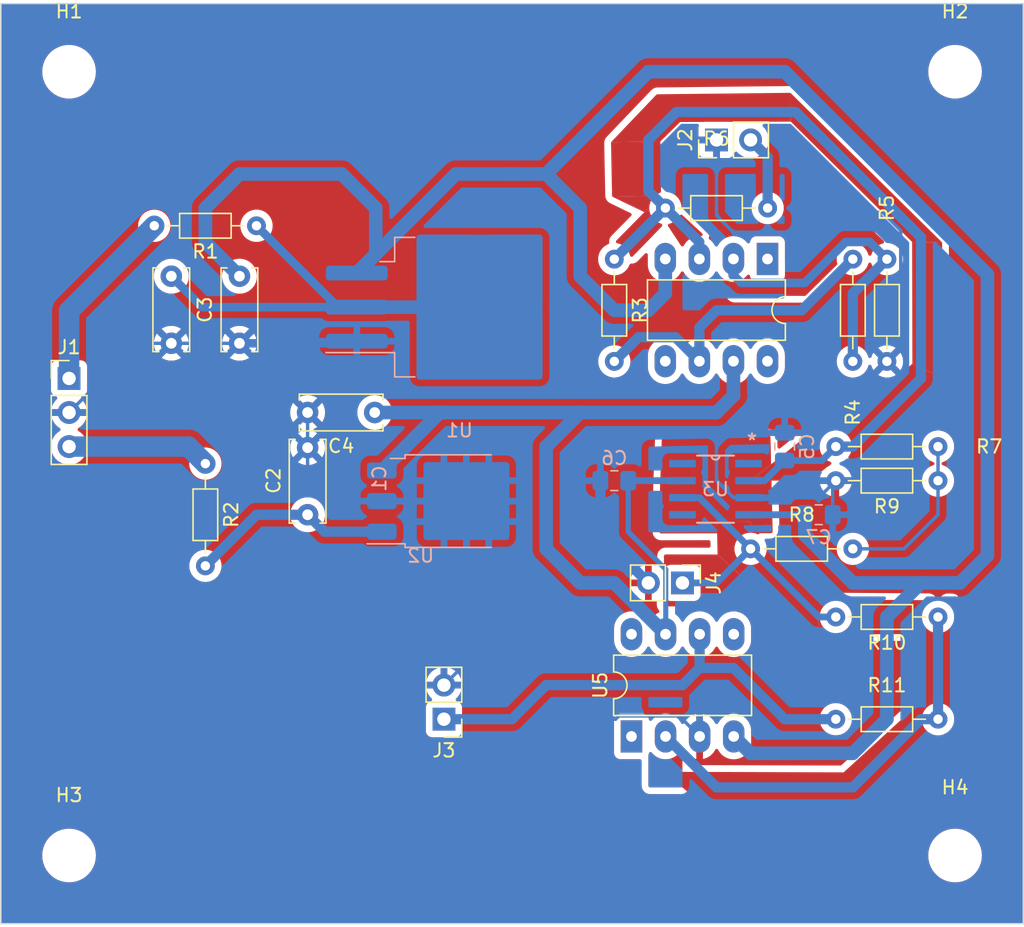
<source format=kicad_pcb>
(kicad_pcb (version 20221018) (generator pcbnew)
  (layers (0 "F.Cu" signal) (31 "B.Cu" signal) (34 "B.Paste" user) (35 "F.Paste" user) (36 "B.SilkS" user "B.Silkscreen") (37 "F.SilkS" user "F.Silkscreen") (38 "B.Mask" user) (39 "F.Mask" user) (44 "Edge.Cuts" user))
  (net 0 "")
  (net 1 "Net-(U1-VI)")
  (net 2 "Net-(J1-Pin_1)")
  (net 3 "Net-(J1-Pin_3)")
  (net 4 "Net-(U2-IN)")
  (net 5 "load")
  (net 6 "Net-(R3-Pad2)")
  (net 7 "Earth")
  (net 8 "Net-(J2-Pin_2)")
  (net 9 "-12V")
  (net 10 "+12V")
  (net 14 "Net-(R7-Pad1)")
  (net 15 "Net-(J3-Pin_1)")
  (net 16 "Net-(U4--)")
  (net 17 "Net-(U5--)")
  (net 24 "Net-(J4-Pin_1)")
  (footprint "Package_DIP:DIP-8_W7.62mm_LongPads" (layer "F.Cu") (at 161.28 72.375 -90)
    (fp_text reference "U4" hide)
    (fp_text value "TL081" hide)
    (fp_line (start 1.56 -1.33) (end 1.56 8.95) (stroke (width 0.12)) (layer "F.SilkS"))
    (fp_line (start 1.56 8.95) (end 6.06 8.95) (stroke (width 0.12)) (layer "F.SilkS"))
    (fp_line (start 2.81 -1.33) (end 1.56 -1.33) (stroke (width 0.12)) (layer "F.SilkS"))
    (fp_line (start 6.06 -1.33) (end 4.81 -1.33) (stroke (width 0.12)) (layer "F.SilkS"))
    (fp_line (start 6.06 8.95) (end 6.06 -1.33) (stroke (width 0.12)) (layer "F.SilkS"))
    (fp_arc (start 4.81 -1.33) (mid 3.81 -0.33) (end 2.81 -1.33) (stroke (width 0.12)) (layer "F.SilkS"))
    (pad "1" thru_hole rect (at 0 0 270) (size 2.4 1.6) (drill 0.8) (layers "*.Cu" "*.Mask"))
    (pad "2" thru_hole oval (at 0 2.54 270) (size 2.4 1.6) (drill 0.8) (layers "*.Cu" "*.Mask") (net 16 "Net-(U4--)"))
    (pad "3" thru_hole oval (at 0 5.08 270) (size 2.4 1.6) (drill 0.8) (layers "*.Cu" "*.Mask") (net 5 "load"))
    (pad "4" thru_hole oval (at 0 7.62 270) (size 2.4 1.6) (drill 0.8) (layers "*.Cu" "*.Mask") (net 9 "-12V"))
    (pad "5" thru_hole oval (at 7.62 7.62 270) (size 2.4 1.6) (drill 0.8) (layers "*.Cu" "*.Mask"))
    (pad "6" thru_hole oval (at 7.62 5.08 270) (size 2.4 1.6) (drill 0.8) (layers "*.Cu" "*.Mask") (net 6 "Net-(R3-Pad2)"))
    (pad "7" thru_hole oval (at 7.62 2.54 270) (size 2.4 1.6) (drill 0.8) (layers "*.Cu" "*.Mask") (net 10 "+12V"))
    (pad "8" thru_hole oval (at 7.62 0 270) (size 2.4 1.6) (drill 0.8) (layers "*.Cu" "*.Mask"))
  )
  (footprint "Capacitor_THT:C_Disc_D6.0mm_W2.5mm_P5.00mm" (layer "F.Cu") (at 116.84 73.66 -90)
    (fp_text reference "C3" (at 2.5 -2.5 90) (layer "F.SilkS"))
    (fp_text value "330n")
    (fp_line (start -0.62 -1.37) (end -0.62 -0.925) (stroke (width 0.12)) (layer "F.SilkS"))
    (fp_line (start -0.62 -1.37) (end 5.62 -1.37) (stroke (width 0.12)) (layer "F.SilkS"))
    (fp_line (start -0.62 0.925) (end -0.62 1.37) (stroke (width 0.12)) (layer "F.SilkS"))
    (fp_line (start -0.62 1.37) (end 5.62 1.37) (stroke (width 0.12)) (layer "F.SilkS"))
    (fp_line (start 5.62 -1.37) (end 5.62 -0.925) (stroke (width 0.12)) (layer "F.SilkS"))
    (fp_line (start 5.62 0.925) (end 5.62 1.37) (stroke (width 0.12)) (layer "F.SilkS"))
    (pad "1" thru_hole circle (at 0 0 270) (size 1.6 1.6) (drill 0.8) (layers "*.Cu" "*.Mask") (net 1 "Net-(U1-VI)"))
    (pad "2" thru_hole circle (at 5 0 270) (size 1.6 1.6) (drill 0.8) (layers "*.Cu" "*.Mask") (net 7 "Earth"))
  )
  (footprint "Resistor_THT:R_Axial_DIN0204_L3.6mm_D1.6mm_P7.62mm_Horizontal" (layer "F.Cu") (at 160.02 93.98)
    (fp_text reference "R8" (at 3.81 -2.54) (layer "F.SilkS"))
    (fp_text value "12k" hide)
    (fp_line (start 0.94 0) (end 1.89 0) (stroke (width 0.12)) (layer "F.SilkS"))
    (fp_line (start 1.89 -0.92) (end 1.89 0.92) (stroke (width 0.12)) (layer "F.SilkS"))
    (fp_line (start 1.89 0.92) (end 5.73 0.92) (stroke (width 0.12)) (layer "F.SilkS"))
    (fp_line (start 5.73 -0.92) (end 1.89 -0.92) (stroke (width 0.12)) (layer "F.SilkS"))
    (fp_line (start 5.73 0.92) (end 5.73 -0.92) (stroke (width 0.12)) (layer "F.SilkS"))
    (fp_line (start 6.68 0) (end 5.73 0) (stroke (width 0.12)) (layer "F.SilkS"))
    (pad "1" thru_hole circle (at 0 0) (size 1.4 1.4) (drill 0.7) (layers "*.Cu" "*.Mask") (net 24 "Net-(J4-Pin_1)"))
    (pad "2" thru_hole oval (at 7.62 0) (size 1.4 1.4) (drill 0.7) (layers "*.Cu" "*.Mask") (net 14 "Net-(R7-Pad1)"))
  )
  (footprint "Capacitor_THT:C_Disc_D6.0mm_W2.5mm_P5.00mm" (layer "F.Cu") (at 132 83.82 180)
    (fp_text reference "C4" (at 2.5 -2.5) (layer "F.SilkS"))
    (fp_text value "220n" hide)
    (fp_line (start -0.62 -1.37) (end -0.62 -0.925) (stroke (width 0.12)) (layer "F.SilkS"))
    (fp_line (start -0.62 -1.37) (end 5.62 -1.37) (stroke (width 0.12)) (layer "F.SilkS"))
    (fp_line (start -0.62 0.925) (end -0.62 1.37) (stroke (width 0.12)) (layer "F.SilkS"))
    (fp_line (start -0.62 1.37) (end 5.62 1.37) (stroke (width 0.12)) (layer "F.SilkS"))
    (fp_line (start 5.62 -1.37) (end 5.62 -0.925) (stroke (width 0.12)) (layer "F.SilkS"))
    (fp_line (start 5.62 0.925) (end 5.62 1.37) (stroke (width 0.12)) (layer "F.SilkS"))
    (pad "1" thru_hole circle (at 0 0 180) (size 1.6 1.6) (drill 0.8) (layers "*.Cu" "*.Mask") (net 10 "+12V"))
    (pad "2" thru_hole circle (at 5 0 180) (size 1.6 1.6) (drill 0.8) (layers "*.Cu" "*.Mask") (net 7 "Earth"))
  )
  (footprint "Resistor_THT:R_Axial_DIN0204_L3.6mm_D1.6mm_P7.62mm_Horizontal" (layer "F.Cu") (at 166.37 106.68)
    (fp_text reference "R11" (at 3.81 -2.53) (layer "F.SilkS"))
    (fp_text value "10k" hide)
    (fp_line (start 0.94 0) (end 1.89 0) (stroke (width 0.12)) (layer "F.SilkS"))
    (fp_line (start 1.89 -0.92) (end 1.89 0.92) (stroke (width 0.12)) (layer "F.SilkS"))
    (fp_line (start 1.89 0.92) (end 5.73 0.92) (stroke (width 0.12)) (layer "F.SilkS"))
    (fp_line (start 5.73 -0.92) (end 1.89 -0.92) (stroke (width 0.12)) (layer "F.SilkS"))
    (fp_line (start 5.73 0.92) (end 5.73 -0.92) (stroke (width 0.12)) (layer "F.SilkS"))
    (fp_line (start 6.68 0) (end 5.73 0) (stroke (width 0.12)) (layer "F.SilkS"))
    (pad "1" thru_hole circle (at 0 0) (size 1.4 1.4) (drill 0.7) (layers "*.Cu" "*.Mask") (net 15 "Net-(J3-Pin_1)"))
    (pad "2" thru_hole oval (at 7.62 0) (size 1.4 1.4) (drill 0.7) (layers "*.Cu" "*.Mask") (net 17 "Net-(U5--)"))
  )
  (footprint "Connector_PinHeader_2.54mm:PinHeader_1x02_P2.54mm_Vertical" (layer "F.Cu") (at 157.48 63.5 90)
    (fp_text reference "J2" (at 0 -2.33 90) (layer "F.SilkS"))
    (fp_text value "Conn_01x02_Pin" hide)
    (fp_line (start -1.33 -1.33) (end 0 -1.33) (stroke (width 0.12)) (layer "F.SilkS"))
    (fp_line (start -1.33 0) (end -1.33 -1.33) (stroke (width 0.12)) (layer "F.SilkS"))
    (fp_line (start -1.33 1.27) (end -1.33 3.87) (stroke (width 0.12)) (layer "F.SilkS"))
    (fp_line (start -1.33 1.27) (end 1.33 1.27) (stroke (width 0.12)) (layer "F.SilkS"))
    (fp_line (start -1.33 3.87) (end 1.33 3.87) (stroke (width 0.12)) (layer "F.SilkS"))
    (fp_line (start 1.33 1.27) (end 1.33 3.87) (stroke (width 0.12)) (layer "F.SilkS"))
    (pad "1" thru_hole rect (at 0 0 90) (size 1.7 1.7) (drill 1) (layers "*.Cu" "*.Mask") (net 7 "Earth"))
    (pad "2" thru_hole oval (at 0 2.54 90) (size 1.7 1.7) (drill 1) (layers "*.Cu" "*.Mask") (net 8 "Net-(J2-Pin_2)"))
  )
  (footprint "MountingHole:MountingHole_3.5mm" (layer "F.Cu") (at 175.26 58.42)
    (fp_text reference "H2" (at 0 -4.5) (layer "F.SilkS"))
    (fp_text value "MountingHole")
    (pad "" np_thru_hole circle (at 0 0) (size 3.5 3.5) (drill 3.5) (layers "*.Cu" "*.Mask"))
  )
  (footprint "Resistor_THT:R_Axial_DIN0204_L3.6mm_D1.6mm_P7.62mm_Horizontal" (layer "F.Cu") (at 153.67 68.58)
    (fp_text reference "R6" (at 3.81 -5.17) (layer "F.SilkS"))
    (fp_text value "10Meg")
    (fp_line (start 0.94 0) (end 1.89 0) (stroke (width 0.12)) (layer "F.SilkS"))
    (fp_line (start 1.89 -0.92) (end 1.89 0.92) (stroke (width 0.12)) (layer "F.SilkS"))
    (fp_line (start 1.89 0.92) (end 5.73 0.92) (stroke (width 0.12)) (layer "F.SilkS"))
    (fp_line (start 5.73 -0.92) (end 1.89 -0.92) (stroke (width 0.12)) (layer "F.SilkS"))
    (fp_line (start 5.73 0.92) (end 5.73 -0.92) (stroke (width 0.12)) (layer "F.SilkS"))
    (fp_line (start 6.68 0) (end 5.73 0) (stroke (width 0.12)) (layer "F.SilkS"))
    (pad "1" thru_hole circle (at 0 0) (size 1.4 1.4) (drill 0.7) (layers "*.Cu" "*.Mask") (net 5 "load"))
    (pad "2" thru_hole oval (at 7.62 0) (size 1.4 1.4) (drill 0.7) (layers "*.Cu" "*.Mask") (net 8 "Net-(J2-Pin_2)"))
  )
  (footprint "Capacitor_THT:C_Disc_D6.0mm_W2.5mm_P5.00mm" (layer "F.Cu") (at 127 91.44 90)
    (fp_text reference "C2" (at 2.54 -2.54 90) (layer "F.SilkS"))
    (fp_text value "330n")
    (fp_line (start -0.62 -1.37) (end -0.62 -0.925) (stroke (width 0.12)) (layer "F.SilkS"))
    (fp_line (start -0.62 -1.37) (end 5.62 -1.37) (stroke (width 0.12)) (layer "F.SilkS"))
    (fp_line (start -0.62 0.925) (end -0.62 1.37) (stroke (width 0.12)) (layer "F.SilkS"))
    (fp_line (start -0.62 1.37) (end 5.62 1.37) (stroke (width 0.12)) (layer "F.SilkS"))
    (fp_line (start 5.62 -1.37) (end 5.62 -0.925) (stroke (width 0.12)) (layer "F.SilkS"))
    (fp_line (start 5.62 0.925) (end 5.62 1.37) (stroke (width 0.12)) (layer "F.SilkS"))
    (pad "1" thru_hole circle (at 0 0 90) (size 1.6 1.6) (drill 0.8) (layers "*.Cu" "*.Mask") (net 4 "Net-(U2-IN)"))
    (pad "2" thru_hole circle (at 5 0 90) (size 1.6 1.6) (drill 0.8) (layers "*.Cu" "*.Mask") (net 7 "Earth"))
  )
  (footprint "Connector_PinHeader_2.54mm:PinHeader_1x02_P2.54mm_Vertical" (layer "F.Cu") (at 137.16 106.68 180)
    (fp_text reference "J3" (at 0 -2.33) (layer "F.SilkS"))
    (fp_text value "Conn_01x02_Pin" hide)
    (fp_line (start -1.33 -1.33) (end 0 -1.33) (stroke (width 0.12)) (layer "F.SilkS"))
    (fp_line (start -1.33 0) (end -1.33 -1.33) (stroke (width 0.12)) (layer "F.SilkS"))
    (fp_line (start -1.33 1.27) (end -1.33 3.87) (stroke (width 0.12)) (layer "F.SilkS"))
    (fp_line (start -1.33 1.27) (end 1.33 1.27) (stroke (width 0.12)) (layer "F.SilkS"))
    (fp_line (start -1.33 3.87) (end 1.33 3.87) (stroke (width 0.12)) (layer "F.SilkS"))
    (fp_line (start 1.33 1.27) (end 1.33 3.87) (stroke (width 0.12)) (layer "F.SilkS"))
    (pad "1" thru_hole rect (at 0 0 180) (size 1.7 1.7) (drill 1) (layers "*.Cu" "*.Mask") (net 15 "Net-(J3-Pin_1)"))
    (pad "2" thru_hole oval (at 0 2.54 180) (size 1.7 1.7) (drill 1) (layers "*.Cu" "*.Mask") (net 7 "Earth"))
  )
  (footprint "Capacitor_THT:C_Disc_D6.0mm_W2.5mm_P5.00mm" (layer "F.Cu") (at 121.92 73.66 -90)
    (fp_text reference "C1" (at 15.085 -10.435 90) (layer "B.SilkS") (effects (justify mirror)))
    (fp_text value "220n")
    (fp_line (start -0.62 -1.37) (end -0.62 -0.925) (stroke (width 0.12)) (layer "F.SilkS"))
    (fp_line (start -0.62 -1.37) (end 5.62 -1.37) (stroke (width 0.12)) (layer "F.SilkS"))
    (fp_line (start -0.62 0.925) (end -0.62 1.37) (stroke (width 0.12)) (layer "F.SilkS"))
    (fp_line (start -0.62 1.37) (end 5.62 1.37) (stroke (width 0.12)) (layer "F.SilkS"))
    (fp_line (start 5.62 -1.37) (end 5.62 -0.925) (stroke (width 0.12)) (layer "F.SilkS"))
    (fp_line (start 5.62 0.925) (end 5.62 1.37) (stroke (width 0.12)) (layer "F.SilkS"))
    (pad "1" thru_hole circle (at 0 0 270) (size 1.6 1.6) (drill 0.8) (layers "*.Cu" "*.Mask") (net 9 "-12V"))
    (pad "2" thru_hole circle (at 5 0 270) (size 1.6 1.6) (drill 0.8) (layers "*.Cu" "*.Mask") (net 7 "Earth"))
  )
  (footprint "Resistor_THT:R_Axial_DIN0204_L3.6mm_D1.6mm_P7.62mm_Horizontal" (layer "F.Cu") (at 173.99 99.06 180)
    (fp_text reference "R10" (at 3.81 -1.92) (layer "F.SilkS"))
    (fp_text value "10k" hide)
    (fp_line (start 0.94 0) (end 1.89 0) (stroke (width 0.12)) (layer "F.SilkS"))
    (fp_line (start 1.89 -0.92) (end 1.89 0.92) (stroke (width 0.12)) (layer "F.SilkS"))
    (fp_line (start 1.89 0.92) (end 5.73 0.92) (stroke (width 0.12)) (layer "F.SilkS"))
    (fp_line (start 5.73 -0.92) (end 1.89 -0.92) (stroke (width 0.12)) (layer "F.SilkS"))
    (fp_line (start 5.73 0.92) (end 5.73 -0.92) (stroke (width 0.12)) (layer "F.SilkS"))
    (fp_line (start 6.68 0) (end 5.73 0) (stroke (width 0.12)) (layer "F.SilkS"))
    (pad "1" thru_hole circle (at 0 0 180) (size 1.4 1.4) (drill 0.7) (layers "*.Cu" "*.Mask") (net 17 "Net-(U5--)"))
    (pad "2" thru_hole oval (at 7.62 0 180) (size 1.4 1.4) (drill 0.7) (layers "*.Cu" "*.Mask") (net 24 "Net-(J4-Pin_1)"))
  )
  (footprint "MountingHole:MountingHole_3.5mm" (layer "F.Cu") (at 109.22 116.84)
    (fp_text reference "H3" (at 0 -4.5) (layer "F.SilkS"))
    (fp_text value "MountingHole")
    (pad "" np_thru_hole circle (at 0 0) (size 3.5 3.5) (drill 3.5) (layers "*.Cu" "*.Mask"))
  )
  (footprint "Resistor_THT:R_Axial_DIN0204_L3.6mm_D1.6mm_P7.62mm_Horizontal" (layer "F.Cu") (at 170.18 80.01 90)
    (fp_text reference "R5" (at 11.43 0 90) (layer "F.SilkS"))
    (fp_text value "100k" hide)
    (fp_line (start 0.94 0) (end 1.89 0) (stroke (width 0.12)) (layer "F.SilkS"))
    (fp_line (start 1.89 -0.92) (end 1.89 0.92) (stroke (width 0.12)) (layer "F.SilkS"))
    (fp_line (start 1.89 0.92) (end 5.73 0.92) (stroke (width 0.12)) (layer "F.SilkS"))
    (fp_line (start 5.73 -0.92) (end 1.89 -0.92) (stroke (width 0.12)) (layer "F.SilkS"))
    (fp_line (start 5.73 0.92) (end 5.73 -0.92) (stroke (width 0.12)) (layer "F.SilkS"))
    (fp_line (start 6.68 0) (end 5.73 0) (stroke (width 0.12)) (layer "F.SilkS"))
    (pad "1" thru_hole circle (at 0 0 90) (size 1.4 1.4) (drill 0.7) (layers "*.Cu" "*.Mask") (net 7 "Earth"))
    (pad "2" thru_hole oval (at 7.62 0 90) (size 1.4 1.4) (drill 0.7) (layers "*.Cu" "*.Mask") (net 16 "Net-(U4--)"))
  )
  (footprint "Package_DIP:DIP-8_W7.62mm_LongPads" (layer "F.Cu") (at 151.14 107.965 90)
    (fp_text reference "U5" (at 3.81 -2.33 90) (layer "F.SilkS"))
    (fp_text value "TL081")
    (fp_line (start 1.56 -1.33) (end 1.56 8.95) (stroke (width 0.12)) (layer "F.SilkS"))
    (fp_line (start 1.56 8.95) (end 6.06 8.95) (stroke (width 0.12)) (layer "F.SilkS"))
    (fp_line (start 2.81 -1.33) (end 1.56 -1.33) (stroke (width 0.12)) (layer "F.SilkS"))
    (fp_line (start 6.06 -1.33) (end 4.81 -1.33) (stroke (width 0.12)) (layer "F.SilkS"))
    (fp_line (start 6.06 8.95) (end 6.06 -1.33) (stroke (width 0.12)) (layer "F.SilkS"))
    (fp_arc (start 4.81 -1.33) (mid 3.81 -0.33) (end 2.81 -1.33) (stroke (width 0.12)) (layer "F.SilkS"))
    (pad "1" thru_hole rect (at 0 0 90) (size 2.4 1.6) (drill 0.8) (layers "*.Cu" "*.Mask"))
    (pad "2" thru_hole oval (at 0 2.54 90) (size 2.4 1.6) (drill 0.8) (layers "*.Cu" "*.Mask") (net 17 "Net-(U5--)"))
    (pad "3" thru_hole oval (at 0 5.08 90) (size 2.4 1.6) (drill 0.8) (layers "*.Cu" "*.Mask") (net 7 "Earth"))
    (pad "4" thru_hole oval (at 0 7.62 90) (size 2.4 1.6) (drill 0.8) (layers "*.Cu" "*.Mask") (net 9 "-12V"))
    (pad "5" thru_hole oval (at 7.62 7.62 90) (size 2.4 1.6) (drill 0.8) (layers "*.Cu" "*.Mask"))
    (pad "6" thru_hole oval (at 7.62 5.08 90) (size 2.4 1.6) (drill 0.8) (layers "*.Cu" "*.Mask") (net 15 "Net-(J3-Pin_1)"))
    (pad "7" thru_hole oval (at 7.62 2.54 90) (size 2.4 1.6) (drill 0.8) (layers "*.Cu" "*.Mask") (net 10 "+12V"))
    (pad "8" thru_hole oval (at 7.62 0 90) (size 2.4 1.6) (drill 0.8) (layers "*.Cu" "*.Mask"))
  )
  (footprint "Resistor_THT:R_Axial_DIN0204_L3.6mm_D1.6mm_P7.62mm_Horizontal" (layer "F.Cu") (at 173.99 88.9 180)
    (fp_text reference "R9" (at 3.81 -1.92) (layer "F.SilkS"))
    (fp_text value "120" hide)
    (fp_line (start 0.94 0) (end 1.89 0) (stroke (width 0.12)) (layer "F.SilkS"))
    (fp_line (start 1.89 -0.92) (end 1.89 0.92) (stroke (width 0.12)) (layer "F.SilkS"))
    (fp_line (start 1.89 0.92) (end 5.73 0.92) (stroke (width 0.12)) (layer "F.SilkS"))
    (fp_line (start 5.73 -0.92) (end 1.89 -0.92) (stroke (width 0.12)) (layer "F.SilkS"))
    (fp_line (start 5.73 0.92) (end 5.73 -0.92) (stroke (width 0.12)) (layer "F.SilkS"))
    (fp_line (start 6.68 0) (end 5.73 0) (stroke (width 0.12)) (layer "F.SilkS"))
    (pad "1" thru_hole circle (at 0 0 180) (size 1.4 1.4) (drill 0.7) (layers "*.Cu" "*.Mask") (net 14 "Net-(R7-Pad1)"))
    (pad "2" thru_hole oval (at 7.62 0 180) (size 1.4 1.4) (drill 0.7) (layers "*.Cu" "*.Mask") (net 7 "Earth"))
  )
  (footprint "Resistor_THT:R_Axial_DIN0204_L3.6mm_D1.6mm_P7.62mm_Horizontal" (layer "F.Cu") (at 173.99 86.36 180)
    (fp_text reference "R7" (at -3.81 0) (layer "F.SilkS"))
    (fp_text value "100k" hide)
    (fp_line (start 0.94 0) (end 1.89 0) (stroke (width 0.12)) (layer "F.SilkS"))
    (fp_line (start 1.89 -0.92) (end 1.89 0.92) (stroke (width 0.12)) (layer "F.SilkS"))
    (fp_line (start 1.89 0.92) (end 5.73 0.92) (stroke (width 0.12)) (layer "F.SilkS"))
    (fp_line (start 5.73 -0.92) (end 1.89 -0.92) (stroke (width 0.12)) (layer "F.SilkS"))
    (fp_line (start 5.73 0.92) (end 5.73 -0.92) (stroke (width 0.12)) (layer "F.SilkS"))
    (fp_line (start 6.68 0) (end 5.73 0) (stroke (width 0.12)) (layer "F.SilkS"))
    (pad "1" thru_hole circle (at 0 0 180) (size 1.4 1.4) (drill 0.7) (layers "*.Cu" "*.Mask") (net 14 "Net-(R7-Pad1)"))
    (pad "2" thru_hole oval (at 7.62 0 180) (size 1.4 1.4) (drill 0.7) (layers "*.Cu" "*.Mask") (net 5 "load"))
  )
  (footprint "MountingHole:MountingHole_3.5mm" (layer "F.Cu") (at 109.22 58.42)
    (fp_text reference "H1" (at 0 -4.5) (layer "F.SilkS"))
    (fp_text value "MountingHole")
    (pad "" np_thru_hole circle (at 0 0) (size 3.5 3.5) (drill 3.5) (layers "*.Cu" "*.Mask"))
  )
  (footprint "MountingHole:MountingHole_3.5mm" (layer "F.Cu") (at 175.26 116.84)
    (fp_text reference "H4" (at 0 -5.08) (layer "F.SilkS"))
    (fp_text value "MountingHole")
    (pad "" np_thru_hole circle (at 0 0) (size 3.5 3.5) (drill 3.5) (layers "*.Cu" "*.Mask"))
  )
  (footprint "Resistor_THT:R_Axial_DIN0204_L3.6mm_D1.6mm_P7.62mm_Horizontal" (layer "F.Cu") (at 119.38 87.63 -90)
    (fp_text reference "R2" (at 3.81 -1.93 90) (layer "F.SilkS"))
    (fp_text value "50" hide)
    (fp_line (start 0.94 0) (end 1.89 0) (stroke (width 0.12)) (layer "F.SilkS"))
    (fp_line (start 1.89 -0.92) (end 1.89 0.92) (stroke (width 0.12)) (layer "F.SilkS"))
    (fp_line (start 1.89 0.92) (end 5.73 0.92) (stroke (width 0.12)) (layer "F.SilkS"))
    (fp_line (start 5.73 -0.92) (end 1.89 -0.92) (stroke (width 0.12)) (layer "F.SilkS"))
    (fp_line (start 5.73 0.92) (end 5.73 -0.92) (stroke (width 0.12)) (layer "F.SilkS"))
    (fp_line (start 6.68 0) (end 5.73 0) (stroke (width 0.12)) (layer "F.SilkS"))
    (pad "1" thru_hole circle (at 0 0 270) (size 1.4 1.4) (drill 0.7) (layers "*.Cu" "*.Mask") (net 3 "Net-(J1-Pin_3)"))
    (pad "2" thru_hole oval (at 7.62 0 270) (size 1.4 1.4) (drill 0.7) (layers "*.Cu" "*.Mask") (net 4 "Net-(U2-IN)"))
  )
  (footprint "Connector_PinHeader_2.54mm:PinHeader_1x03_P2.54mm_Vertical" (layer "F.Cu") (at 109.22 81.28)
    (fp_text reference "J1" (at 0 -2.33) (layer "F.SilkS"))
    (fp_text value "Conn_01x03_Pin" hide)
    (fp_line (start -1.33 -1.33) (end 0 -1.33) (stroke (width 0.12)) (layer "F.SilkS"))
    (fp_line (start -1.33 0) (end -1.33 -1.33) (stroke (width 0.12)) (layer "F.SilkS"))
    (fp_line (start -1.33 1.27) (end -1.33 6.41) (stroke (width 0.12)) (layer "F.SilkS"))
    (fp_line (start -1.33 1.27) (end 1.33 1.27) (stroke (width 0.12)) (layer "F.SilkS"))
    (fp_line (start -1.33 6.41) (end 1.33 6.41) (stroke (width 0.12)) (layer "F.SilkS"))
    (fp_line (start 1.33 1.27) (end 1.33 6.41) (stroke (width 0.12)) (layer "F.SilkS"))
    (pad "1" thru_hole rect (at 0 0) (size 1.7 1.7) (drill 1) (layers "*.Cu" "*.Mask") (net 2 "Net-(J1-Pin_1)"))
    (pad "2" thru_hole oval (at 0 2.54) (size 1.7 1.7) (drill 1) (layers "*.Cu" "*.Mask") (net 7 "Earth"))
    (pad "3" thru_hole oval (at 0 5.08) (size 1.7 1.7) (drill 1) (layers "*.Cu" "*.Mask") (net 3 "Net-(J1-Pin_3)"))
  )
  (footprint "Resistor_THT:R_Axial_DIN0204_L3.6mm_D1.6mm_P7.62mm_Horizontal" (layer "F.Cu") (at 149.86 72.39 -90)
    (fp_text reference "R3" (at 3.81 -1.92 90) (layer "F.SilkS"))
    (fp_text value "10Meg")
    (fp_line (start 0.94 0) (end 1.89 0) (stroke (width 0.12)) (layer "F.SilkS"))
    (fp_line (start 1.89 -0.92) (end 1.89 0.92) (stroke (width 0.12)) (layer "F.SilkS"))
    (fp_line (start 1.89 0.92) (end 5.73 0.92) (stroke (width 0.12)) (layer "F.SilkS"))
    (fp_line (start 5.73 -0.92) (end 1.89 -0.92) (stroke (width 0.12)) (layer "F.SilkS"))
    (fp_line (start 5.73 0.92) (end 5.73 -0.92) (stroke (width 0.12)) (layer "F.SilkS"))
    (fp_line (start 6.68 0) (end 5.73 0) (stroke (width 0.12)) (layer "F.SilkS"))
    (pad "1" thru_hole circle (at 0 0 270) (size 1.4 1.4) (drill 0.7) (layers "*.Cu" "*.Mask") (net 5 "load"))
    (pad "2" thru_hole oval (at 7.62 0 270) (size 1.4 1.4) (drill 0.7) (layers "*.Cu" "*.Mask") (net 6 "Net-(R3-Pad2)"))
  )
  (footprint "Resistor_THT:R_Axial_DIN0204_L3.6mm_D1.6mm_P7.62mm_Horizontal" (layer "F.Cu") (at 123.19 69.9 180)
    (fp_text reference "R1" (at 3.81 -1.92) (layer "F.SilkS"))
    (fp_text value "50")
    (fp_line (start 0.94 0) (end 1.89 0) (stroke (width 0.12)) (layer "F.SilkS"))
    (fp_line (start 1.89 -0.92) (end 1.89 0.92) (stroke (width 0.12)) (layer "F.SilkS"))
    (fp_line (start 1.89 0.92) (end 5.73 0.92) (stroke (width 0.12)) (layer "F.SilkS"))
    (fp_line (start 5.73 -0.92) (end 1.89 -0.92) (stroke (width 0.12)) (layer "F.SilkS"))
    (fp_line (start 5.73 0.92) (end 5.73 -0.92) (stroke (width 0.12)) (layer "F.SilkS"))
    (fp_line (start 6.68 0) (end 5.73 0) (stroke (width 0.12)) (layer "F.SilkS"))
    (pad "1" thru_hole circle (at 0 0 180) (size 1.4 1.4) (drill 0.7) (layers "*.Cu" "*.Mask") (net 1 "Net-(U1-VI)"))
    (pad "2" thru_hole oval (at 7.62 0 180) (size 1.4 1.4) (drill 0.7) (layers "*.Cu" "*.Mask") (net 2 "Net-(J1-Pin_1)"))
  )
  (footprint "Resistor_THT:R_Axial_DIN0204_L3.6mm_D1.6mm_P7.62mm_Horizontal" (layer "F.Cu") (at 167.64 80.01 90)
    (fp_text reference "R4" (at -3.81 0 90) (layer "F.SilkS"))
    (fp_text value "100k" hide)
    (fp_line (start 0.94 0) (end 1.89 0) (stroke (width 0.12)) (layer "F.SilkS"))
    (fp_line (start 1.89 -0.92) (end 1.89 0.92) (stroke (width 0.12)) (layer "F.SilkS"))
    (fp_line (start 1.89 0.92) (end 5.73 0.92) (stroke (width 0.12)) (layer "F.SilkS"))
    (fp_line (start 5.73 -0.92) (end 1.89 -0.92) (stroke (width 0.12)) (layer "F.SilkS"))
    (fp_line (start 5.73 0.92) (end 5.73 -0.92) (stroke (width 0.12)) (layer "F.SilkS"))
    (fp_line (start 6.68 0) (end 5.73 0) (stroke (width 0.12)) (layer "F.SilkS"))
    (pad "1" thru_hole circle (at 0 0 90) (size 1.4 1.4) (drill 0.7) (layers "*.Cu" "*.Mask") (net 16 "Net-(U4--)"))
    (pad "2" thru_hole oval (at 7.62 0 90) (size 1.4 1.4) (drill 0.7) (layers "*.Cu" "*.Mask") (net 6 "Net-(R3-Pad2)"))
  )
  (footprint "Connector_PinHeader_2.54mm:PinHeader_1x02_P2.54mm_Vertical" (layer "F.Cu") (at 154.94 96.52 -90)
    (fp_text reference "J4" (at 0 -2.33 90) (layer "F.SilkS"))
    (fp_text value "Conn_01x02_Pin")
    (fp_line (start -1.33 -1.33) (end 0 -1.33) (stroke (width 0.12)) (layer "F.SilkS"))
    (fp_line (start -1.33 0) (end -1.33 -1.33) (stroke (width 0.12)) (layer "F.SilkS"))
    (fp_line (start -1.33 1.27) (end -1.33 3.87) (stroke (width 0.12)) (layer "F.SilkS"))
    (fp_line (start -1.33 1.27) (end 1.33 1.27) (stroke (width 0.12)) (layer "F.SilkS"))
    (fp_line (start -1.33 3.87) (end 1.33 3.87) (stroke (width 0.12)) (layer "F.SilkS"))
    (fp_line (start 1.33 1.27) (end 1.33 3.87) (stroke (width 0.12)) (layer "F.SilkS"))
    (pad "1" thru_hole rect (at 0 0 270) (size 1.7 1.7) (drill 1) (layers "*.Cu" "*.Mask") (net 24 "Net-(J4-Pin_1)"))
    (pad "2" thru_hole oval (at 0 2.54 270) (size 1.7 1.7) (drill 1) (layers "*.Cu" "*.Mask") (net 7 "Earth"))
  )
  (footprint "OPA209:D8" (layer "B.Cu") (at 157.4038 89.535 180)
    (fp_text reference "U3" (at 0 0 unlocked) (layer "B.SilkS") (effects (justify mirror)))
    (fp_text value "OPA209AID")
    (fp_text user "*" (at -2.7178 3.6068 unlocked) (layer "B.SilkS") (effects (justify mirror)))
    (fp_text user "*" (at -2.7178 3.6068) (layer "B.SilkS") (effects (justify mirror)))
    (fp_line (start -1.373653 -2.5019) (end 1.373653 -2.5019) (stroke (width 0.1524)) (layer "B.SilkS"))
    (fp_line (start 1.373653 2.5019) (end -1.373653 2.5019) (stroke (width 0.1524)) (layer "B.SilkS"))
    (fp_arc (start -0.3048 2.5019) (mid 0 2.1971) (end 0.3048 2.5019) (stroke (width 0.1524)) (layer "B.SilkS"))
    (pad "1" smd rect (at -2.4638 1.905 180) (size 1.9812 0.5588) (layers "B.Cu" "B.Paste" "B.Mask"))
    (pad "2" smd rect (at -2.4638 0.635 180) (size 1.9812 0.5588) (layers "B.Cu" "B.Paste" "B.Mask") (net 5 "load"))
    (pad "3" smd rect (at -2.4638 -0.635 180) (size 1.9812 0.5588) (layers "B.Cu" "B.Paste" "B.Mask") (net 7 "Earth"))
    (pad "4" smd rect (at -2.4638 -1.905 180) (size 1.9812 0.5588) (layers "B.Cu" "B.Paste" "B.Mask") (net 9 "-12V"))
    (pad "5" smd rect (at 2.4638 -1.905 180) (size 1.9812 0.5588) (layers "B.Cu" "B.Paste" "B.Mask"))
    (pad "6" smd rect (at 2.4638 -0.635 180) (size 1.9812 0.5588) (layers "B.Cu" "B.Paste" "B.Mask") (net 24 "Net-(J4-Pin_1)"))
    (pad "7" smd rect (at 2.4638 0.635 180) (size 1.9812 0.5588) (layers "B.Cu" "B.Paste" "B.Mask") (net 10 "+12V"))
    (pad "8" smd rect (at 2.4638 1.905 180) (size 1.9812 0.5588) (layers "B.Cu" "B.Paste" "B.Mask"))
  )
  (footprint "Capacitor_SMD:C_0805_2012Metric_Pad1.18x1.45mm_HandSolder" (layer "B.Cu") (at 165.1 91.44)
    (fp_text reference "C7" (at 0 1.68) (layer "B.SilkS") (effects (justify mirror)))
    (fp_text value "0.1u")
    (fp_line (start -0.261252 -0.735) (end 0.261252 -0.735) (stroke (width 0.12)) (layer "B.SilkS"))
    (fp_line (start -0.261252 0.735) (end 0.261252 0.735) (stroke (width 0.12)) (layer "B.SilkS"))
    (pad "1" smd roundrect (at -1.0375 0) (size 1.175 1.45) (layers "B.Cu" "B.Paste" "B.Mask") (roundrect_rratio 0.2127659574) (net 9 "-12V"))
    (pad "2" smd roundrect (at 1.0375 0) (size 1.175 1.45) (layers "B.Cu" "B.Paste" "B.Mask") (roundrect_rratio 0.2127659574) (net 7 "Earth"))
  )
  (footprint "Package_TO_SOT_SMD:TO-252-3_TabPin2" (layer "B.Cu") (at 137.575 90.425)
    (fp_text reference "U2" (at -2.145 4.065) (layer "B.SilkS") (effects (justify mirror)))
    (fp_text value "L7812")
    (fp_line (start -3.31 -3.45) (end -3.31 -3.18) (stroke (width 0.12)) (layer "B.SilkS"))
    (fp_line (start -3.31 -3.18) (end -4.41 -3.18) (stroke (width 0.12)) (layer "B.SilkS"))
    (fp_line (start -3.31 3.18) (end -6.14 3.18) (stroke (width 0.12)) (layer "B.SilkS"))
    (fp_line (start -3.31 3.45) (end -3.31 3.18) (stroke (width 0.12)) (layer "B.SilkS"))
    (fp_line (start 3.11 -3.45) (end -3.31 -3.45) (stroke (width 0.12)) (layer "B.SilkS"))
    (fp_line (start 3.11 3.45) (end -3.31 3.45) (stroke (width 0.12)) (layer "B.SilkS"))
    (pad "1" smd roundrect (at -5.04 2.28) (size 2.2 1.2) (layers "B.Cu" "B.Paste" "B.Mask") (roundrect_rratio 0.2083333333) (net 4 "Net-(U2-IN)"))
    (pad "2" smd roundrect (at -5.04 0) (size 2.2 1.2) (layers "B.Cu" "B.Paste" "B.Mask") (roundrect_rratio 0.2083333333) (net 7 "Earth"))
    (pad "2" smd roundrect (at -0.415 -1.525) (size 3.05 2.75) (layers "B.Cu" "B.Paste") (roundrect_rratio 0.09090909091) (net 7 "Earth"))
    (pad "2" smd roundrect (at -0.415 1.525) (size 3.05 2.75) (layers "B.Cu" "B.Paste") (roundrect_rratio 0.09090909091) (net 7 "Earth"))
    (pad "2" smd roundrect (at 1.26 0) (size 6.4 5.8) (layers "B.Cu" "B.Mask") (roundrect_rratio 0.04310293103) (net 7 "Earth"))
    (pad "2" smd roundrect (at 2.935 -1.525) (size 3.05 2.75) (layers "B.Cu" "B.Paste") (roundrect_rratio 0.09090909091) (net 7 "Earth"))
    (pad "2" smd roundrect (at 2.935 1.525) (size 3.05 2.75) (layers "B.Cu" "B.Paste") (roundrect_rratio 0.09090909091) (net 7 "Earth"))
    (pad "3" smd roundrect (at -5.04 -2.28) (size 2.2 1.2) (layers "B.Cu" "B.Paste" "B.Mask") (roundrect_rratio 0.2083333333) (net 10 "+12V"))
  )
  (footprint "Capacitor_SMD:C_0805_2012Metric_Pad1.18x1.45mm_HandSolder" (layer "B.Cu") (at 149.86 88.9 180)
    (fp_text reference "C6" (at 0 1.68) (layer "B.SilkS") (effects (justify mirror)))
    (fp_text value "0.1u" hide)
    (fp_line (start -0.261252 -0.735) (end 0.261252 -0.735) (stroke (width 0.12)) (layer "B.SilkS"))
    (fp_line (start -0.261252 0.735) (end 0.261252 0.735) (stroke (width 0.12)) (layer "B.SilkS"))
    (pad "1" smd roundrect (at -1.0375 0 180) (size 1.175 1.45) (layers "B.Cu" "B.Paste" "B.Mask") (roundrect_rratio 0.2127659574) (net 10 "+12V"))
    (pad "2" smd roundrect (at 1.0375 0 180) (size 1.175 1.45) (layers "B.Cu" "B.Paste" "B.Mask") (roundrect_rratio 0.2127659574) (net 7 "Earth"))
  )
  (footprint "Package_TO_SOT_SMD:TO-263-3_TabPin2" (layer "B.Cu") (at 138.315 75.965)
    (fp_text reference "U1" (at 0 9.19) (layer "B.SilkS") (effects (justify mirror)))
    (fp_text value "MC7912")
    (fp_line (start -4.825 -5.2) (end -4.825 -3.39) (stroke (width 0.12)) (layer "B.SilkS"))
    (fp_line (start -4.825 -3.39) (end -5.925 -3.39) (stroke (width 0.12)) (layer "B.SilkS"))
    (fp_line (start -4.825 3.39) (end -9.95 3.39) (stroke (width 0.12)) (layer "B.SilkS"))
    (fp_line (start -4.825 5.2) (end -4.825 3.39) (stroke (width 0.12)) (layer "B.SilkS"))
    (fp_line (start -3.325 -5.2) (end -4.825 -5.2) (stroke (width 0.12)) (layer "B.SilkS"))
    (fp_line (start -3.325 5.2) (end -4.825 5.2) (stroke (width 0.12)) (layer "B.SilkS"))
    (pad "1" smd roundrect (at -7.65 2.54) (size 4.6 1.1) (layers "B.Cu" "B.Paste" "B.Mask") (roundrect_rratio 0.2272727273) (net 7 "Earth"))
    (pad "2" smd roundrect (at -7.65 0) (size 4.6 1.1) (layers "B.Cu" "B.Paste" "B.Mask") (roundrect_rratio 0.2272727273) (net 1 "Net-(U1-VI)"))
    (pad "2" smd roundrect (at -0.925 -2.775) (size 4.55 5.25) (layers "B.Cu" "B.Paste") (roundrect_rratio 0.05494505495) (net 1 "Net-(U1-VI)"))
    (pad "2" smd roundrect (at -0.925 2.775) (size 4.55 5.25) (layers "B.Cu" "B.Paste") (roundrect_rratio 0.05494505495) (net 1 "Net-(U1-VI)"))
    (pad "2" smd roundrect (at 1.5 0) (size 9.4 10.8) (layers "B.Cu" "B.Mask") (roundrect_rratio 0.02659595745) (net 1 "Net-(U1-VI)"))
    (pad "2" smd roundrect (at 3.925 -2.775) (size 4.55 5.25) (layers "B.Cu" "B.Paste") (roundrect_rratio 0.05494505495) (net 1 "Net-(U1-VI)"))
    (pad "2" smd roundrect (at 3.925 2.775) (size 4.55 5.25) (layers "B.Cu" "B.Paste") (roundrect_rratio 0.05494505495) (net 1 "Net-(U1-VI)"))
    (pad "3" smd roundrect (at -7.65 -2.54) (size 4.6 1.1) (layers "B.Cu" "B.Paste" "B.Mask") (roundrect_rratio 0.2272727273) (net 9 "-12V"))
  )
  (footprint "Capacitor_SMD:C_0805_2012Metric_Pad1.18x1.45mm_HandSolder" (layer "B.Cu") (at 162.56 86.36 90)
    (fp_text reference "C5" (at 0 1.68 90) (layer "B.SilkS") (effects (justify mirror)))
    (fp_text value "47p")
    (fp_line (start -0.261252 -0.735) (end 0.261252 -0.735) (stroke (width 0.12)) (layer "B.SilkS"))
    (fp_line (start -0.261252 0.735) (end 0.261252 0.735) (stroke (width 0.12)) (layer "B.SilkS"))
    (pad "1" smd roundrect (at -1.0375 0 90) (size 1.175 1.45) (layers "B.Cu" "B.Paste" "B.Mask") (roundrect_rratio 0.2127659574) (net 5 "load"))
    (pad "2" smd roundrect (at 1.0375 0 90) (size 1.175 1.45) (layers "B.Cu" "B.Paste" "B.Mask") (roundrect_rratio 0.2127659574) (net 7 "Earth"))
  )
  (gr_line (start 104.14 53.34) (end 180.34 53.34) (stroke (width 0.1)) (layer "Edge.Cuts"))
  (gr_line (start 180.34 121.92) (end 180.34 53.34) (stroke (width 0.1)) (layer "Edge.Cuts"))
  (gr_line (start 104.14 53.34) (end 104.14 121.92) (stroke (width 0.1)) (layer "Edge.Cuts"))
  (gr_line (start 104.14 121.92) (end 180.34 121.92) (stroke (width 0.1)) (layer "Edge.Cuts"))
  (segment (start 130.665 75.965) (end 139.815 75.965) (width 1.016) (layer "B.Cu") (net 1))
  (segment (start 119.145 75.965) (end 130.665 75.965) (width 0.635) (layer "B.Cu") (net 1))
  (segment (start 116.84 73.66) (end 119.145 75.965) (width 0.635) (layer "B.Cu") (net 1))
  (segment (start 129.255 75.965) (end 130.665 75.965) (width 0.635) (layer "B.Cu") (net 1))
  (segment (start 123.19 69.9) (end 129.255 75.965) (width 0.635) (layer "B.Cu") (net 1))
  (segment (start 109.22 76.25) (end 115.57 69.9) (width 1.524) (layer "B.Cu") (net 2))
  (segment (start 109.22 81.28) (end 109.22 76.25) (width 1.524) (layer "B.Cu") (net 2))
  (segment (start 109.22 86.36) (end 118.11 86.36) (width 1.524) (layer "B.Cu") (net 3))
  (segment (start 118.11 86.36) (end 119.38 87.63) (width 1.524) (layer "B.Cu") (net 3))
  (segment (start 127 91.44) (end 123.19 91.44) (width 0.762) (layer "B.Cu") (net 4))
  (segment (start 123.19 91.44) (end 119.38 95.25) (width 0.762) (layer "B.Cu") (net 4))
  (segment (start 132.535 92.705) (end 128.265 92.705) (width 0.762) (layer "B.Cu") (net 4))
  (segment (start 128.265 92.705) (end 127 91.44) (width 0.762) (layer "B.Cu") (net 4))
  (segment (start 167.64 86.36) (end 166.37 86.36) (width 0.762) (layer "B.Cu") (net 5))
  (segment (start 165.3325 87.3975) (end 166.37 86.36) (width 0.508) (layer "B.Cu") (net 5))
  (segment (start 153.67 68.58) (end 156.2 71.11) (width 0.762) (layer "B.Cu") (net 5))
  (segment (start 152.4 67.31) (end 152.4 63.5) (width 0.762) (layer "B.Cu") (net 5))
  (segment (start 163.196806 61.4172) (end 163.37641 61.4172) (width 0.762) (layer "B.Cu") (net 5))
  (segment (start 162.56 87.3975) (end 165.3325 87.3975) (width 0.508) (layer "B.Cu") (net 5))
  (segment (start 149.86 72.39) (end 153.67 68.58) (width 0.762) (layer "B.Cu") (net 5))
  (segment (start 154.4828 61.4172) (end 163.196806 61.4172) (width 0.762) (layer "B.Cu") (net 5))
  (segment (start 159.8676 88.9) (end 161.0575 88.9) (width 0.508) (layer "B.Cu") (net 5))
  (segment (start 172.72 70.940394) (end 172.72 81.28) (width 0.762) (layer "B.Cu") (net 5))
  (segment (start 152.4 63.5) (end 154.4828 61.4172) (width 0.762) (layer "B.Cu") (net 5))
  (segment (start 172.72 70.76079) (end 172.72 70.940394) (width 0.762) (layer "B.Cu") (net 5))
  (segment (start 156.2 71.11) (end 156.2 72.375) (width 0.254) (layer "B.Cu") (net 5))
  (segment (start 153.67 68.58) (end 152.4 67.31) (width 0.762) (layer "B.Cu") (net 5))
  (segment (start 172.72 81.28) (end 167.64 86.36) (width 0.762) (layer "B.Cu") (net 5))
  (segment (start 161.0575 88.9) (end 162.56 87.3975) (width 0.508) (layer "B.Cu") (net 5))
  (segment (start 163.37641 61.4172) (end 172.72 70.76079) (width 0.762) (layer "B.Cu") (net 5))
  (segment (start 163.83 76.2) (end 167.64 72.39) (width 0.762) (layer "B.Cu") (net 6))
  (segment (start 151.6592 78.2108) (end 149.86 80.01) (width 0.762) (layer "B.Cu") (net 6))
  (segment (start 154.4158 78.2108) (end 151.6592 78.2108) (width 0.762) (layer "B.Cu") (net 6))
  (segment (start 156.2 79.995) (end 156.2 77.48) (width 0.762) (layer "B.Cu") (net 6))
  (segment (start 157.48 76.2) (end 163.83 76.2) (width 0.762) (layer "B.Cu") (net 6))
  (segment (start 156.2 79.995) (end 154.4158 78.2108) (width 0.762) (layer "B.Cu") (net 6))
  (segment (start 156.2 77.48) (end 157.48 76.2) (width 0.762) (layer "B.Cu") (net 6))
  (segment (start 157.48 88.9) (end 157.48 86.36) (width 0.254) (layer "B.Cu") (net 7))
  (segment (start 171.2102 78.9798) (end 171.2102 70.256778) (width 0.254) (layer "B.Cu") (net 7))
  (segment (start 162.56 85.3225) (end 164.8675 85.3225) (width 0.254) (layer "B.Cu") (net 7))
  (segment (start 127 88.9) (end 128.525 90.425) (width 0.254) (layer "B.Cu") (net 7))
  (segment (start 132.08 109.22) (end 129.54 106.68) (width 0.254) (layer "B.Cu") (net 7))
  (segment (start 166.37 88.9) (end 165.1 90.17) (width 0.254) (layer "B.Cu") (net 7))
  (segment (start 130.51 78.66) (end 130.665 78.505) (width 0.635) (layer "B.Cu") (net 7))
  (segment (start 164.8675 85.3225) (end 165.1 85.09) (width 0.254) (layer "B.Cu") (net 7))
  (segment (start 121.92 78.66) (end 116.84 78.66) (width 0.254) (layer "B.Cu") (net 7))
  (segment (start 116.84 78.66) (end 114.38 78.66) (width 0.254) (layer "B.Cu") (net 7))
  (segment (start 162.56 85.3225) (end 158.5175 85.3225) (width 0.254) (layer "B.Cu") (net 7))
  (segment (start 158.736169 70.387601) (end 165.1 70.387601) (width 0.254) (layer "B.Cu") (net 7))
  (segment (start 149.958026 106.68) (end 144.78 106.68) (width 0.254) (layer "B.Cu") (net 7))
  (segment (start 128.525 90.425) (end 132.535 90.425) (width 0.254) (layer "B.Cu") (net 7))
  (segment (start 158.75 90.17) (end 157.48 88.9) (width 0.254) (layer "B.Cu") (net 7))
  (segment (start 170.18 80.01) (end 165.1 85.09) (width 0.254) (layer "B.Cu") (net 7))
  (segment (start 127 83.82) (end 127 86.44) (width 0.254) (layer "B.Cu") (net 7))
  (segment (start 138.835 102.465) (end 138.835 90.425) (width 0.254) (layer "B.Cu") (net 7))
  (segment (start 152.4 85.3225) (end 158.5175 85.3225) (width 0.254) (layer "B.Cu") (net 7))
  (segment (start 162.56 90.17) (end 159.8676 90.17) (width 0.254) (layer "B.Cu") (net 7))
  (segment (start 142.24 109.22) (end 132.08 109.22) (width 0.254) (layer "B.Cu") (net 7))
  (segment (start 169.856711 68.903289) (end 166.584312 68.903289) (width 0.254) (layer "B.Cu") (net 7))
  (segment (start 154.6898 106.4348) (end 150.203226 106.4348) (width 0.254) (layer "B.Cu") (net 7))
  (segment (start 122.075 78.505) (end 121.92 78.66) (width 0.254) (layer "B.Cu") (net 7))
  (segment (start 166.1375 89.1325) (end 166.37 88.9) (width 0.254) (layer "B.Cu") (net 7))
  (segment (start 159.8676 90.17) (end 158.75 90.17) (width 0.254) (layer "B.Cu") (net 7))
  (segment (start 121.92 78.66) (end 130.51 78.66) (width 0.635) (layer "B.Cu") (net 7))
  (segment (start 129.54 104.14) (end 131.215 102.465) (width 0.254) (layer "B.Cu") (net 7))
  (segment (start 144.78 106.68) (end 142.24 109.22) (width 0.254) (layer "B.Cu") (net 7))
  (segment (start 158.736169 70.387601) (end 157.48 69.131432) (width 0.254) (layer "B.Cu") (net 7))
  (segment (start 129.54 106.68) (end 129.54 104.14) (width 0.254) (layer "B.Cu") (net 7))
  (segment (start 150.203226 106.4348) (end 149.958026 106.68) (width 0.254) (layer "B.Cu") (net 7))
  (segment (start 114.38 78.66) (end 109.22 83.82) (width 0.254) (layer "B.Cu") (net 7))
  (segment (start 137.16 104.14) (end 138.835 102.465) (width 0.254) (layer "B.Cu") (net 7))
  (segment (start 166.584312 68.903289) (end 165.1 70.387601) (width 0.254) (layer "B.Cu") (net 7))
  (segment (start 148.8225 87.3975) (end 148.8225 88.9) (width 0.254) (layer "B.Cu") (net 7))
  (segment (start 131.215 102.465) (end 138.835 102.465) (width 0.254) (layer "B.Cu") (net 7))
  (segment (start 170.18 80.01) (end 171.2102 78.9798) (width 0.254) (layer "B.Cu") (net 7))
  (segment (start 152.4 85.3225) (end 150.8975 85.3225) (width 0.254) (layer "B.Cu") (net 7))
  (segment (start 148.8225 92.9425) (end 148.8225 88.9) (width 0.762) (layer "B.Cu") (net 7))
  (segment (start 157.48 69.131432) (end 157.48 63.5) (width 0.254) (layer "B.Cu") (net 7))
  (segment (start 156.22 107.965) (end 154.6898 106.4348) (width 0.254) (layer "B.Cu") (net 7))
  (segment (start 171.2102 70.256778) (end 169.856711 68.903289) (width 0.254) (layer "B.Cu") (net 7))
  (segment (start 157.48 86.36) (end 158.5175 85.3225) (width 0.254) (layer "B.Cu") (net 7))
  (segment (start 152.4 96.52) (end 148.8225 92.9425) (width 0.762) (layer "B.Cu") (net 7))
  (segment (start 132.535 90.425) (end 138.835 90.425) (width 0.254) (layer "B.Cu") (net 7))
  (segment (start 127 86.44) (end 127 88.9) (width 0.254) (layer "B.Cu") (net 7))
  (segment (start 166.1375 91.44) (end 166.1375 89.1325) (width 0.254) (layer "B.Cu") (net 7))
  (segment (start 150.8975 85.3225) (end 148.8225 87.3975) (width 0.254) (layer "B.Cu") (net 7))
  (segment (start 165.1 90.17) (end 162.56 90.17) (width 0.254) (layer "B.Cu") (net 7))
  (segment (start 161.29 68.58) (end 161.29 64.77) (width 0.762) (layer "B.Cu") (net 8))
  (segment (start 161.29 64.77) (end 160.02 63.5) (width 0.762) (layer "B.Cu") (net 8))
  (segment (start 177.673 73.533) (end 177.673 94.469808) (width 1.016) (layer "B.Cu") (net 9))
  (segment (start 121.92 66.04) (end 119.38 68.58) (width 1.016) (layer "B.Cu") (net 9))
  (segment (start 132.08 68.58) (end 129.54 66.04) (width 1.016) (layer "B.Cu") (net 9))
  (segment (start 149.86 76.2) (end 152.4 76.2) (width 1.016) (layer "B.Cu") (net 9))
  (segment (start 164.0625 92.9425) (end 164.0625 91.44) (width 1.016) (layer "B.Cu") (net 9))
  (segment (start 119.38 71.12) (end 121.92 73.66) (width 1.016) (layer "B.Cu") (net 9))
  (segment (start 119.38 68.58) (end 119.38 71.12) (width 1.016) (layer "B.Cu") (net 9))
  (segment (start 159.8676 91.44) (end 164.0625 91.44) (width 0.508) (layer "B.Cu") (net 9))
  (segment (start 130.665 73.425) (end 138.05 66.04) (width 1.016) (layer "B.Cu") (net 9))
  (segment (start 170.18 106.68) (end 167.64 109.22) (width 1.016) (layer "B.Cu") (net 9))
  (segment (start 144.78 66.04) (end 147.32 68.58) (width 1.016) (layer "B.Cu") (net 9))
  (segment (start 130.665 73.425) (end 132.08 72.01) (width 1.016) (layer "B.Cu") (net 9))
  (segment (start 152.4 58.42) (end 162.56 58.42) (width 1.016) (layer "B.Cu") (net 9))
  (segment (start 142.24 66.04) (end 144.78 66.04) (width 1.016) (layer "B.Cu") (net 9))
  (segment (start 170.18 99.06) (end 170.18 106.68) (width 1.016) (layer "B.Cu") (net 9))
  (segment (start 147.32 73.66) (end 149.86 76.2) (width 1.016) (layer "B.Cu") (net 9))
  (segment (start 132.08 72.01) (end 132.08 68.58) (width 1.016) (layer "B.Cu") (net 9))
  (segment (start 147.32 68.58) (end 147.32 73.66) (width 1.016) (layer "B.Cu") (net 9))
  (segment (start 138.05 66.04) (end 142.24 66.04) (width 1.016) (layer "B.Cu") (net 9))
  (segment (start 167.64 109.22) (end 160.015 109.22) (width 1.016) (layer "B.Cu") (net 9))
  (segment (start 162.56 58.42) (end 177.673 73.533) (width 1.016) (layer "B.Cu") (net 9))
  (segment (start 172.72 96.52) (end 175.622808 96.52) (width 1.016) (layer "B.Cu") (net 9))
  (segment (start 167.64 96.52) (end 164.0625 92.9425) (width 1.016) (layer "B.Cu") (net 9))
  (segment (start 129.54 66.04) (end 121.92 66.04) (width 1.016) (layer "B.Cu") (net 9))
  (segment (start 172.72 96.52) (end 167.64 96.52) (width 1.016) (layer "B.Cu") (net 9))
  (segment (start 144.78 66.04) (end 152.4 58.42) (width 1.016) (layer "B.Cu") (net 9))
  (segment (start 152.4 76.2) (end 153.66 74.94) (width 1.016) (layer "B.Cu") (net 9))
  (segment (start 160.015 109.22) (end 158.76 107.965) (width 1.016) (layer "B.Cu") (net 9))
  (segment (start 172.72 96.52) (end 170.18 99.06) (width 1.016) (layer "B.Cu") (net 9))
  (segment (start 175.622808 96.52) (end 177.673 94.469808) (width 1.016) (layer "B.Cu") (net 9))
  (segment (start 153.66 74.94) (end 153.66 72.375) (width 1.016) (layer "B.Cu") (net 9))
  (segment (start 150.8975 88.9) (end 154.94 88.9) (width 0.508) (layer "B.Cu") (net 10))
  (segment (start 132 83.82) (end 137.16 83.82) (width 1.016) (layer "B.Cu") (net 10))
  (segment (start 158.765 82.535) (end 158.765 79.995) (width 0.254) (layer "B.Cu") (net 10))
  (segment (start 153.6963 100.3287) (end 153.68 100.345) (width 0.381) (layer "B.Cu") (net 10))
  (segment (start 147.32 83.82) (end 144.78 86.36) (width 1.016) (layer "B.Cu") (net 10))
  (segment (start 144.78 86.36) (end 144.78 93.98) (width 1.016) (layer "B.Cu") (net 10))
  (segment (start 158.74 79.995) (end 158.74 82.51) (width 1.016) (layer "B.Cu") (net 10))
  (segment (start 137.16 83.82) (end 147.32 83.82) (width 1.016) (layer "B.Cu") (net 10))
  (segment (start 147.32 96.52) (end 149.855 96.52) (width 1.016) (layer "B.Cu") (net 10))
  (segment (start 153.6963 95.506922) (end 153.6963 100.3287) (width 0.381) (layer "B.Cu") (net 10))
  (segment (start 147.32 83.82) (end 157.48 83.82) (width 1.016) (layer "B.Cu") (net 10))
  (segment (start 144.78 93.98) (end 147.32 96.52) (width 1.016) (layer "B.Cu") (net 10))
  (segment (start 150.8975 88.9) (end 150.8975 92.708122) (width 0.381) (layer "B.Cu") (net 10))
  (segment (start 149.855 96.52) (end 153.68 100.345) (width 1.016) (layer "B.Cu") (net 10))
  (segment (start 157.48 83.82) (end 158.765 82.535) (width 1.016) (layer "B.Cu") (net 10))
  (segment (start 150.8975 92.708122) (end 153.6963 95.506922) (width 0.381) (layer "B.Cu") (net 10))
  (segment (start 132.535 88.145) (end 136.86 83.82) (width 1.016) (layer "B.Cu") (net 10))
  (segment (start 158.74 82.51) (end 158.765 82.535) (width 1.016) (layer "B.Cu") (net 10))
  (segment (start 136.86 83.82) (end 137.16 83.82) (width 1.016) (layer "B.Cu") (net 10))
  (segment (start 173.99 86.36) (end 173.99 88.9) (width 0.254) (layer "B.Cu") (net 14))
  (segment (start 173.99 91.44) (end 173.99 88.9) (width 0.254) (layer "B.Cu") (net 14))
  (segment (start 171.45 93.98) (end 173.99 91.44) (width 0.254) (layer "B.Cu") (net 14))
  (segment (start 167.64 93.98) (end 171.45 93.98) (width 0.254) (layer "B.Cu") (net 14))
  (segment (start 154.94 104.14) (end 156.22 102.86) (width 0.762) (layer "B.Cu") (net 15))
  (segment (start 142.24 106.68) (end 144.78 104.14) (width 0.762) (layer "B.Cu") (net 15))
  (segment (start 137.16 106.68) (end 142.24 106.68) (width 0.762) (layer "B.Cu") (net 15))
  (segment (start 156.22 102.86) (end 156.22 100.345) (width 0.762) (layer "B.Cu") (net 15))
  (segment (start 166.37 106.68) (end 162.56 106.68) (width 0.762) (layer "B.Cu") (net 15))
  (segment (start 162.56 106.68) (end 158.74 102.86) (width 0.762) (layer "B.Cu") (net 15))
  (segment (start 144.78 104.14) (end 154.94 104.14) (width 0.762) (layer "B.Cu") (net 15))
  (segment (start 158.74 102.86) (end 156.22 102.86) (width 0.762) (layer "B.Cu") (net 15))
  (segment (start 158.74 73.575) (end 159.3242 74.1592) (width 0.635) (layer "B.Cu") (net 16))
  (segment (start 159.3242 74.1592) (end 164.056472 74.1592) (width 0.635) (layer "B.Cu") (net 16))
  (segment (start 168.900904 71.110904) (end 170.18 72.39) (width 0.635) (layer "B.Cu") (net 16))
  (segment (start 158.74 72.375) (end 158.74 73.575) (width 0.762) (layer "B.Cu") (net 16))
  (segment (start 167.64 74.93) (end 167.64 80.01) (width 0.762) (layer "B.Cu") (net 16))
  (segment (start 164.056472 74.1592) (end 167.104768 71.110904) (width 0.635) (layer "B.Cu") (net 16))
  (segment (start 170.18 72.39) (end 167.64 74.93) (width 0.762) (layer "B.Cu") (net 16))
  (segment (start 167.104768 71.110904) (end 168.900904 71.110904) (width 0.635) (layer "B.Cu") (net 16))
  (segment (start 173.99 106.68) (end 172.72 106.68) (width 0.762) (layer "B.Cu") (net 17))
  (segment (start 173.99 99.06) (end 173.99 106.68) (width 0.762) (layer "B.Cu") (net 17))
  (segment (start 157.475 111.76) (end 153.68 107.965) (width 0.762) (layer "B.Cu") (net 17))
  (segment (start 167.64 111.76) (end 157.475 111.76) (width 0.762) (layer "B.Cu") (net 17))
  (segment (start 172.72 106.68) (end 167.64 111.76) (width 0.762) (layer "B.Cu") (net 17))
  (segment (start 165.1 99.06) (end 160.02 93.98) (width 0.508) (layer "B.Cu") (net 24))
  (segment (start 156.21 90.17) (end 154.94 90.17) (width 0.508) (layer "B.Cu") (net 24))
  (segment (start 154.94 96.52) (end 157.48 96.52) (width 0.508) (layer "B.Cu") (net 24))
  (segment (start 160.02 93.98) (end 156.21 90.17) (width 0.508) (layer "B.Cu") (net 24))
  (segment (start 157.48 96.52) (end 160.02 93.98) (width 0.508) (layer "B.Cu") (net 24))
  (segment (start 166.37 99.06) (end 165.1 99.06) (width 0.508) (layer "B.Cu") (net 24))
  (zone (net 0) (net_name "") (layer "F.Cu") (priority 11) (connect_pads (clearance 0.5)) (min_thickness 0.25) (fill yes (thermal_gap 0.5) (thermal_bridge_width 0.5) (island_removal_mode 1) (island_area_min 9.999999))
    (polygon (pts (xy 153.689017 69.654181) (xy 149.839868 73.628651) (xy 148.55085 72.482858) (xy 152.4 68.58)))
  )
  (zone (net 0) (net_name "") (layer "F.Cu") (priority 7) (connect_pads (clearance 0.5)) (min_thickness 0.25) (fill yes (thermal_gap 0.5) (thermal_bridge_width 0.5) (island_removal_mode 1) (island_area_min 9.999999))
    (polygon (pts (xy 174.297694 71.144662) (xy 162.98748 59.991045) (xy 163.014335 62.139407) (xy 172.059816 71.108856)))
  )
  (zone (net 0) (net_name "") (layer "F.Cu") (priority 8) (connect_pads (clearance 0.5)) (min_thickness 0.25) (fill yes (thermal_gap 0.5) (thermal_bridge_width 0.5) (island_removal_mode 1) (island_area_min 9.999999))
    (polygon (pts (xy 162.98748 59.991045) (xy 153.02445 60.098463) (xy 149.613925 63.670115) (xy 153.292995 63.616406) (xy 154.769994 62.166261) (xy 163.014335 62.139407)))
  )
  (zone (net 0) (net_name "") (layer "F.Cu") (priority 14) (connect_pads (clearance 0.5)) (min_thickness 0.25) (fill yes (thermal_gap 0.5) (thermal_bridge_width 0.5) (island_removal_mode 1) (island_area_min 9.999999))
    (polygon (pts (xy 154.94 111.76) (xy 156.678895 113.308574) (xy 167.886184 113.469701) (xy 173.454023 108.027183) (xy 175.208519 108.027183) (xy 175.15481 97.822463) (xy 165.129119 97.75085) (xy 165.07541 100.364691) (xy 172.684193 100.328885) (xy 172.66629 105.413343) (xy 166.955227 110.641024) (xy 154.906496 110.605218)))
  )
  (zone (net 0) (net_name "") (layer "F.Cu") (priority 15) (connect_pads (clearance 0.5)) (min_thickness 0.25) (fill yes (thermal_gap 0.5) (thermal_bridge_width 0.5) (island_removal_mode 1) (island_area_min 9.999999))
    (polygon (pts (xy 152.4 111.76) (xy 154.94 111.76) (xy 154.94 106.68) (xy 152.4 106.68)))
  )
  (zone (net 0) (net_name "") (layer "F.Cu") (priority 10) (connect_pads (clearance 0.5)) (min_thickness 0.25) (fill yes (thermal_gap 0.5) (thermal_bridge_width 0.5) (island_removal_mode 1) (island_area_min 9.999999))
    (polygon (pts (xy 153.346704 67.644585) (xy 157.198009 71.19384) (xy 154.995937 71.641416) (xy 153.689017 69.654181) (xy 149.694488 67.725149)))
  )
  (zone (net 0) (net_name "") (layer "F.Cu") (priority 9) (connect_pads (clearance 0.5)) (min_thickness 0.25) (fill yes (thermal_gap 0.5) (thermal_bridge_width 0.5) (island_removal_mode 1) (island_area_min 9.999999))
    (polygon (pts (xy 153.292995 63.616406) (xy 153.346704 67.644585) (xy 149.694488 67.725149) (xy 149.613925 63.670115)))
  )
  (zone (net 0) (net_name "") (layer "F.Cu") (priority 13) (connect_pads (clearance 0.5)) (min_thickness 0.25) (fill yes (thermal_gap 0.5) (thermal_bridge_width 0.5) (island_removal_mode 1) (island_area_min 9.999999))
    (polygon (pts (xy 157.48 73.66) (xy 158.771246 75.110144) (xy 164.106345 75.128047) (xy 166.917119 72.353079) (xy 170.694656 72.4784) (xy 170.623044 71.672764) (xy 169.154997 70.276329) (xy 166.702283 70.240523) (xy 163.766188 73.230327) (xy 157.929804 73.140812)))
  )
  (zone (net 0) (net_name "") (layer "F.Cu") (priority 6) (connect_pads (clearance 0.5)) (min_thickness 0.25) (fill yes (thermal_gap 0.5) (thermal_bridge_width 0.5) (island_removal_mode 1) (island_area_min 9.999999))
    (polygon (pts (xy 174.279791 81.241965) (xy 174.297694 71.144662) (xy 172.059816 71.108856) (xy 172.07772 80.167784)))
  )
  (zone (net 0) (net_name "") (layer "F.Cu") (priority 17) (connect_pads (clearance 0.5)) (min_thickness 0.25) (fill yes (thermal_gap 0.5) (thermal_bridge_width 0.5) (island_removal_mode 1) (island_area_min 9.999999))
    (polygon (pts (xy 157.556142 94.402986) (xy 153.565206 94.395508) (xy 153.5294 98.26256) (xy 157.587418 98.310301) (xy 160.010293 96.615482)))
  )
  (zone (net 0) (net_name "") (layer "F.Cu") (priority 5) (connect_pads (clearance 0.5)) (min_thickness 0.25) (fill yes (thermal_gap 0.5) (thermal_bridge_width 0.5) (island_removal_mode 1) (island_area_min 9.999999))
    (polygon (pts (xy 160.02 88.9) (xy 164.379421 88.886554) (xy 166.581493 87.275282) (xy 168.067443 87.293185) (xy 174.279791 81.241965) (xy 172.07772 80.167784) (xy 167.064874 84.912084) (xy 165.02393 84.894181)))
  )
  (zone (net 0) (net_name "") (layer "F.Cu") (priority 16) (connect_pads (clearance 0.5)) (min_thickness 0.25) (fill yes (thermal_gap 0.5) (thermal_bridge_width 0.5) (island_removal_mode 1) (island_area_min 9.999999))
    (polygon (pts (xy 165.129119 97.75085) (xy 159.883535 91.914466) (xy 157.502433 91.896563) (xy 157.556142 94.402986) (xy 164.072841 100.328885) (xy 165.07541 100.364691)))
  )
  (zone (net 7) (net_name "Earth") (layer "F.Cu") (priority 1) (connect_pads (clearance 0.5)) (min_thickness 0.25) (fill yes (thermal_gap 0.5) (thermal_bridge_width 0.5))
    (polygon (pts (xy 104.14 53.34) (xy 104.14 121.92) (xy 180.34 121.92) (xy 180.34 53.34)))
  )
  (zone (net 0) (net_name "") (layer "F.Cu") (priority 4) (connect_pads (clearance 0.5)) (min_thickness 0.25) (fill yes (thermal_gap 0.5) (thermal_bridge_width 0.5) (island_removal_mode 1) (island_area_min 9.999999))
    (polygon (pts (xy 153.270562 89.255832) (xy 153.216853 92.836435) (xy 161.667078 92.818532) (xy 161.499982 85.550146) (xy 153.413786 85.496198)))
  )
  (zone (net 7) (net_name "Earth") (layer "B.Cu") (connect_pads (clearance 0.5)) (min_thickness 0.25) (fill yes (thermal_gap 0.5) (thermal_bridge_width 0.5))
    (polygon (pts (xy 104.14 53.34) (xy 104.14 121.92) (xy 180.34 121.92) (xy 180.34 53.34)))
  )
  (zone (net 0) (net_name "") (layer "B.Cu") (priority 2) (connect_pads (clearance 0.5)) (min_thickness 0.25) (fill yes (thermal_gap 0.5) (thermal_bridge_width 0.5) (island_removal_mode 1) (island_area_min 9.999999))
    (polygon (pts (xy 152.4 104.14) (xy 152.4 111.76) (xy 154.94 111.76) (xy 154.94 104.14)))
  )
  (zone (net 0) (net_name "") (layer "B.Cu") (priority 12) (connect_pads (clearance 0.5)) (min_thickness 0.25) (fill yes (thermal_gap 0.5) (thermal_bridge_width 0.5) (island_removal_mode 1) (island_area_min 9.999999))
    (polygon (pts (xy 152.4 86.36) (xy 152.393313 92.74692) (xy 161.577562 92.711114) (xy 161.416435 86.176512)))
  )
  (zone (net 0) (net_name "") (layer "B.Cu") (priority 3) (connect_pads (clearance 0.5)) (min_thickness 0.25) (fill yes (thermal_gap 0.5) (thermal_bridge_width 0.5) (island_removal_mode 1) (island_area_min 9.999999))
    (polygon (pts (xy 154.94 76.2) (xy 162.56 76.2) (xy 162.56 66.04) (xy 154.94 66.04)))
  )
)
</source>
